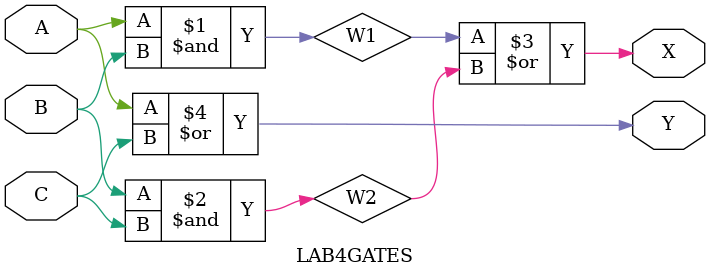
<source format=sv>
/*
Lab 4
Name: David Houston/Kyle Segal
Date: 01-30-2014
Title: Basic Combintational Logic - Structural Model
*/
module LAB4GATES (A,B,C,X,Y);
input A,B,C;	//input signal names
output X, Y;	//output signal names

wire W1, W2;	//internal "net" connections

and u1 (W1, A, B);	//gate unit_name (output, input1, input2)
and u2 (W2, B, C);
or u3 (X, W1, W2);
or u4 (Y, A, C);

endmodule		//must have an "Enter" to newline

</source>
